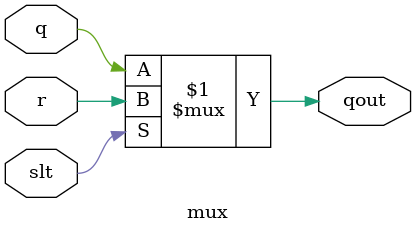
<source format=v>
module top_module (
    input [2:0] SW,      
    input [1:0] KEY,     
    output [2:0] LEDR
);

    wire r1, r2, r3;  
    wire d0, d1, d2; 
    
    assign d2 = LEDR[2] ^ LEDR[1];
    assign d1 = LEDR[0];
    assign d0 = LEDR[2];           

    mux mux1 (SW[0], d0, KEY[1], r1);
    mux mux2 (SW[1], d1, KEY[1], r2);
    mux mux3 (SW[2], d2, KEY[1], r3);

    d_ff dff1 (r1, KEY[0], LEDR[0]);
    d_ff dff2 (r2, KEY[0], LEDR[1]);
    d_ff dff3 (r3, KEY[0], LEDR[2]);

endmodule


module d_ff(
    input d,
    input clk,
    output reg q
);
    always @(posedge clk)
        q <= d;
endmodule


module mux(
    input r,
    input q,
    input slt,
    output qout
);
    assign qout = slt ? r : q;
endmodule
</source>
